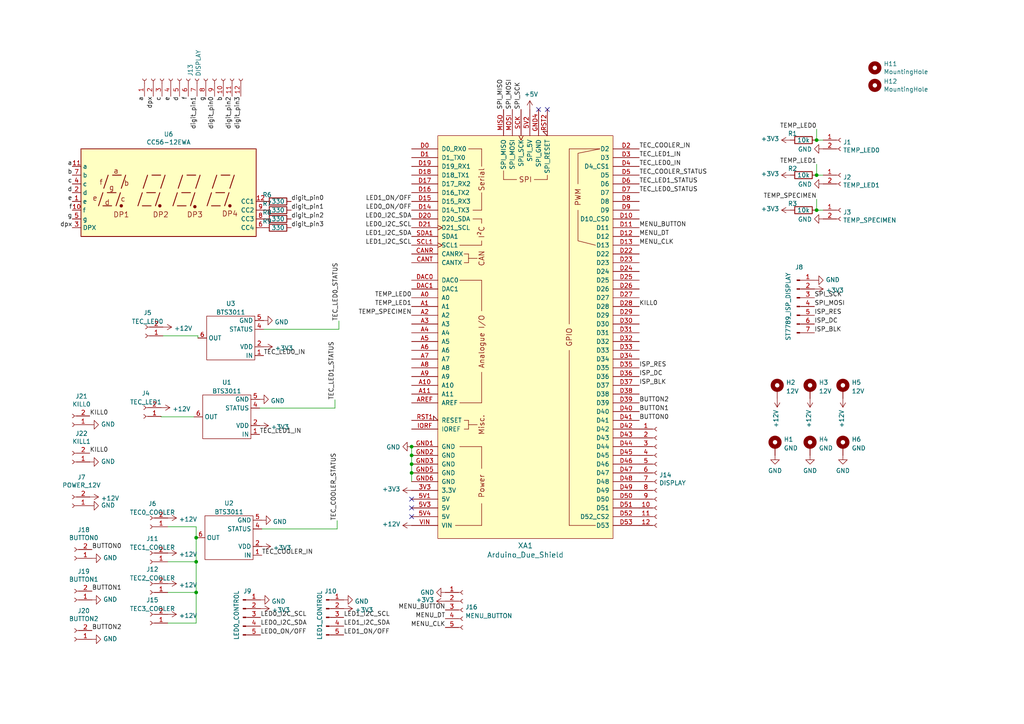
<source format=kicad_sch>
(kicad_sch (version 20211123) (generator eeschema)
  (paper "A4")
  (lib_symbols
    (symbol "BTS3011_1"
      (property "Reference" "U" (at -6.35 -5.08 0))
      (property "Value" "BTS3011_1" (at -2.54 5.08 0))
      (symbol "BTS3011_1_0_1"
        (rectangle (start -7.62 6.35) (end 6.35 -6.35) (stroke (width 0.1524)))
      )
      (symbol "BTS3011_1_1_1"
        (pin input line (at 8.89 -5.08 180) (length 2.54) (name "IN") (number "1"))
        (pin power_in line (at 8.89 -2.54 180) (length 2.54) (name "VDD") (number "2"))
        (pin output line (at 8.89 2.54 180) (length 2.54) (name "STATUS") (number "4"))
        (pin power_out line (at 8.89 5.08 180) (length 2.54) (name "GND") (number "5"))
        (pin output line (at -10.16 0 0) (length 2.54) (name "OUT") (number "6"))
      )
    )
    (symbol "BTS3011_2"
      (property "Reference" "U" (at -6.35 -5.08 0))
      (property "Value" "BTS3011_2" (at -2.54 5.08 0))
      (symbol "BTS3011_2_0_1"
        (rectangle (start -7.62 6.35) (end 6.35 -6.35) (stroke (width 0.1524)))
      )
      (symbol "BTS3011_2_1_1"
        (pin input line (at 8.89 -5.08 180) (length 2.54) (name "IN") (number "1"))
        (pin power_in line (at 8.89 -2.54 180) (length 2.54) (name "VDD") (number "2"))
        (pin output line (at 8.89 2.54 180) (length 2.54) (name "STATUS") (number "4"))
        (pin power_out line (at 8.89 5.08 180) (length 2.54) (name "GND") (number "5"))
        (pin output line (at -10.16 0 0) (length 2.54) (name "OUT") (number "6"))
      )
    )
    (symbol "Connector:Conn_01x02_Female" (pin_names (offset 1.016) hide)
      (property "Reference" "J" (at 0 2.54 0))
      (property "Value" "Conn_01x02_Female" (at 0 -5.08 0))
      (symbol "Conn_01x02_Female_1_1"
        (arc (start 0 -2.032) (mid -0.508 -2.54) (end 0 -3.048) (stroke (width 0.1524)))
        (polyline (pts (xy -1.27 -2.54) (xy -0.508 -2.54)) (stroke (width 0.1524)))
        (polyline (pts (xy -1.27 0) (xy -0.508 0)) (stroke (width 0.1524)))
        (arc (start 0 0.508) (mid -0.508 0) (end 0 -0.508) (stroke (width 0.1524)))
        (pin passive line (at -5.08 0 0) (length 3.81) (name "Pin_1") (number "1"))
        (pin passive line (at -5.08 -2.54 0) (length 3.81) (name "Pin_2") (number "2"))
      )
    )
    (symbol "Connector:Conn_01x05_Female" (pin_names (offset 1.016) hide)
      (property "Reference" "J" (at 0 7.62 0))
      (property "Value" "Conn_01x05_Female" (at 0 -7.62 0))
      (symbol "Conn_01x05_Female_1_1"
        (arc (start 0 -4.572) (mid -0.508 -5.08) (end 0 -5.588) (stroke (width 0.1524)))
        (arc (start 0 -2.032) (mid -0.508 -2.54) (end 0 -3.048) (stroke (width 0.1524)))
        (polyline (pts (xy -1.27 -5.08) (xy -0.508 -5.08)) (stroke (width 0.1524)))
        (polyline (pts (xy -1.27 -2.54) (xy -0.508 -2.54)) (stroke (width 0.1524)))
        (polyline (pts (xy -1.27 0) (xy -0.508 0)) (stroke (width 0.1524)))
        (polyline (pts (xy -1.27 2.54) (xy -0.508 2.54)) (stroke (width 0.1524)))
        (polyline (pts (xy -1.27 5.08) (xy -0.508 5.08)) (stroke (width 0.1524)))
        (arc (start 0 0.508) (mid -0.508 0) (end 0 -0.508) (stroke (width 0.1524)))
        (arc (start 0 3.048) (mid -0.508 2.54) (end 0 2.032) (stroke (width 0.1524)))
        (arc (start 0 5.588) (mid -0.508 5.08) (end 0 4.572) (stroke (width 0.1524)))
        (pin passive line (at -5.08 5.08 0) (length 3.81) (name "Pin_1") (number "1"))
        (pin passive line (at -5.08 2.54 0) (length 3.81) (name "Pin_2") (number "2"))
        (pin passive line (at -5.08 0 0) (length 3.81) (name "Pin_3") (number "3"))
        (pin passive line (at -5.08 -2.54 0) (length 3.81) (name "Pin_4") (number "4"))
        (pin passive line (at -5.08 -5.08 0) (length 3.81) (name "Pin_5") (number "5"))
      )
    )
    (symbol "Connector:Conn_01x05_Male" (pin_names (offset 1.016) hide)
      (property "Reference" "J" (at 0 7.62 0))
      (property "Value" "Conn_01x05_Male" (at 0 -7.62 0))
      (symbol "Conn_01x05_Male_1_1"
        (polyline (pts (xy 1.27 -5.08) (xy 0.8636 -5.08)) (stroke (width 0.1524)))
        (polyline (pts (xy 1.27 -2.54) (xy 0.8636 -2.54)) (stroke (width 0.1524)))
        (polyline (pts (xy 1.27 0) (xy 0.8636 0)) (stroke (width 0.1524)))
        (polyline (pts (xy 1.27 2.54) (xy 0.8636 2.54)) (stroke (width 0.1524)))
        (polyline (pts (xy 1.27 5.08) (xy 0.8636 5.08)) (stroke (width 0.1524)))
        (rectangle (start 0.8636 -4.953) (end 0 -5.207) (stroke (width 0.1524)) (fill (type outline)))
        (rectangle (start 0.8636 -2.413) (end 0 -2.667) (stroke (width 0.1524)) (fill (type outline)))
        (rectangle (start 0.8636 0.127) (end 0 -0.127) (stroke (width 0.1524)) (fill (type outline)))
        (rectangle (start 0.8636 2.667) (end 0 2.413) (stroke (width 0.1524)) (fill (type outline)))
        (rectangle (start 0.8636 5.207) (end 0 4.953) (stroke (width 0.1524)) (fill (type outline)))
        (pin passive line (at 5.08 5.08 180) (length 3.81) (name "Pin_1") (number "1"))
        (pin passive line (at 5.08 2.54 180) (length 3.81) (name "Pin_2") (number "2"))
        (pin passive line (at 5.08 0 180) (length 3.81) (name "Pin_3") (number "3"))
        (pin passive line (at 5.08 -2.54 180) (length 3.81) (name "Pin_4") (number "4"))
        (pin passive line (at 5.08 -5.08 180) (length 3.81) (name "Pin_5") (number "5"))
      )
    )
    (symbol "Connector:Conn_01x07_Male" (pin_names (offset 1.016) hide)
      (property "Reference" "J" (at 0 10.16 0))
      (property "Value" "Conn_01x07_Male" (at 0 -10.16 0))
      (symbol "Conn_01x07_Male_1_1"
        (polyline (pts (xy 1.27 -7.62) (xy 0.8636 -7.62)) (stroke (width 0.1524)))
        (polyline (pts (xy 1.27 -5.08) (xy 0.8636 -5.08)) (stroke (width 0.1524)))
        (polyline (pts (xy 1.27 -2.54) (xy 0.8636 -2.54)) (stroke (width 0.1524)))
        (polyline (pts (xy 1.27 0) (xy 0.8636 0)) (stroke (width 0.1524)))
        (polyline (pts (xy 1.27 2.54) (xy 0.8636 2.54)) (stroke (width 0.1524)))
        (polyline (pts (xy 1.27 5.08) (xy 0.8636 5.08)) (stroke (width 0.1524)))
        (polyline (pts (xy 1.27 7.62) (xy 0.8636 7.62)) (stroke (width 0.1524)))
        (rectangle (start 0.8636 -7.493) (end 0 -7.747) (stroke (width 0.1524)) (fill (type outline)))
        (rectangle (start 0.8636 -4.953) (end 0 -5.207) (stroke (width 0.1524)) (fill (type outline)))
        (rectangle (start 0.8636 -2.413) (end 0 -2.667) (stroke (width 0.1524)) (fill (type outline)))
        (rectangle (start 0.8636 0.127) (end 0 -0.127) (stroke (width 0.1524)) (fill (type outline)))
        (rectangle (start 0.8636 2.667) (end 0 2.413) (stroke (width 0.1524)) (fill (type outline)))
        (rectangle (start 0.8636 5.207) (end 0 4.953) (stroke (width 0.1524)) (fill (type outline)))
        (rectangle (start 0.8636 7.747) (end 0 7.493) (stroke (width 0.1524)) (fill (type outline)))
        (pin passive line (at 5.08 7.62 180) (length 3.81) (name "Pin_1") (number "1"))
        (pin passive line (at 5.08 5.08 180) (length 3.81) (name "Pin_2") (number "2"))
        (pin passive line (at 5.08 2.54 180) (length 3.81) (name "Pin_3") (number "3"))
        (pin passive line (at 5.08 0 180) (length 3.81) (name "Pin_4") (number "4"))
        (pin passive line (at 5.08 -2.54 180) (length 3.81) (name "Pin_5") (number "5"))
        (pin passive line (at 5.08 -5.08 180) (length 3.81) (name "Pin_6") (number "6"))
        (pin passive line (at 5.08 -7.62 180) (length 3.81) (name "Pin_7") (number "7"))
      )
    )
    (symbol "Mechanical:MountingHole_Pad" (pin_numbers hide) (pin_names (offset 1.016) hide)
      (property "Reference" "H" (at 0 6.35 0))
      (property "Value" "MountingHole_Pad" (at 0 4.445 0))
      (symbol "MountingHole_Pad_0_1"
        (circle (center 0 1.27) (radius 1.27) (stroke (width 1.27)))
      )
      (symbol "MountingHole_Pad_1_1"
        (pin input line (at 0 -2.54 90) (length 2.54) (name "1") (number "1"))
      )
    )
    (symbol "custom:BTS3011"
      (property "Reference" "U" (at -6.35 -5.08 0))
      (property "Value" "BTS3011" (at -2.54 5.08 0))
      (symbol "BTS3011_0_1"
        (rectangle (start -7.62 6.35) (end 6.35 -6.35) (stroke (width 0.1524)))
      )
      (symbol "BTS3011_1_1"
        (pin input line (at 8.89 -5.08 180) (length 2.54) (name "IN") (number "1"))
        (pin power_in line (at 8.89 -2.54 180) (length 2.54) (name "VDD") (number "2"))
        (pin output line (at 8.89 2.54 180) (length 2.54) (name "STATUS") (number "4"))
        (pin power_out line (at 8.89 5.08 180) (length 2.54) (name "GND") (number "5"))
        (pin output line (at -10.16 0 0) (length 2.54) (name "OUT") (number "6"))
      )
    )
    (symbol "power:GND" (power) (pin_names (offset 0))
      (property "Value" "GND" (at 0 -3.81 0))
      (symbol "GND_0_1"
        (polyline (pts (xy 0 0) (xy 0 -1.27) (xy 1.27 -1.27) (xy 0 -2.54) (xy -1.27 -1.27) (xy 0 -1.27)))
      )
      (symbol "GND_1_1"
        (pin power_in line (at 0 0 270) (length 0) hide (name "GND") (number "1"))
      )
    )
    (symbol "uven-mainboard-rescue:+12V-power" (power) (pin_names (offset 0))
      (property "Value" "+12V-power" (at 0 3.556 0))
      (symbol "+12V-power_0_1"
        (polyline (pts (xy -0.762 1.27) (xy 0 2.54)))
        (polyline (pts (xy 0 0) (xy 0 2.54)))
        (polyline (pts (xy 0 2.54) (xy 0.762 1.27)))
      )
      (symbol "+12V-power_1_1"
        (pin power_in line (at 0 0 90) (length 0) hide (name "+12V") (number "1"))
      )
    )
    (symbol "uven-mainboard-rescue:+3.3V-power" (power) (pin_names (offset 0))
      (property "Value" "+3.3V-power" (at 0 3.556 0))
      (symbol "+3.3V-power_0_1"
        (polyline (pts (xy -0.762 1.27) (xy 0 2.54)))
        (polyline (pts (xy 0 0) (xy 0 2.54)))
        (polyline (pts (xy 0 2.54) (xy 0.762 1.27)))
      )
      (symbol "+3.3V-power_1_1"
        (pin power_in line (at 0 0 90) (length 0) hide (name "+3V3") (number "1"))
      )
    )
    (symbol "uven-mainboard-rescue:+5V-power" (power) (pin_names (offset 0))
      (property "Value" "+5V-power" (at 0 3.556 0))
      (symbol "+5V-power_0_1"
        (polyline (pts (xy -0.762 1.27) (xy 0 2.54)))
        (polyline (pts (xy 0 0) (xy 0 2.54)))
        (polyline (pts (xy 0 2.54) (xy 0.762 1.27)))
      )
      (symbol "+5V-power_1_1"
        (pin power_in line (at 0 0 90) (length 0) hide (name "+5V") (number "1"))
      )
    )
    (symbol "uven-mainboard-rescue:Arduino_Due_Shield-arduino" (pin_names (offset 1.016))
      (property "Reference" "XA" (at 2.54 0 90))
      (property "Value" "Arduino_Due_Shield-arduino" (at -2.54 0 90))
      (symbol "Arduino_Due_Shield-arduino_0_0"
        (rectangle (start -25.4 -58.42) (end 25.4 58.42) (fill (type background)))
        (rectangle (start -20.32 -54.61) (end -12.7 -54.61))
        (rectangle (start -19.05 -31.75) (end -12.7 -31.75))
        (rectangle (start -19.05 -19.05) (end -12.7 -19.05))
        (rectangle (start -19.05 16.51) (end -12.7 16.51))
        (rectangle (start -19.05 26.67) (end -12.7 26.67))
        (rectangle (start -17.78 -26.67) (end -16.51 -26.67))
        (rectangle (start -17.78 -24.13) (end -16.51 -24.13))
        (rectangle (start -17.78 21.59) (end -16.51 21.59))
        (rectangle (start -17.78 24.13) (end -16.51 24.13))
        (rectangle (start -16.51 -25.4) (end -13.97 -25.4))
        (rectangle (start -16.51 -24.13) (end -16.51 -26.67))
        (rectangle (start -16.51 22.86) (end -13.97 22.86))
        (rectangle (start -16.51 24.13) (end -16.51 21.59))
        (rectangle (start -16.51 54.61) (end -12.7 54.61))
        (rectangle (start -15.24 34.29) (end -12.7 34.29))
        (rectangle (start -15.24 36.83) (end -12.7 36.83))
        (rectangle (start -12.7 -54.61) (end -12.7 -48.26))
        (rectangle (start -12.7 -31.75) (end -12.7 -38.1))
        (rectangle (start -12.7 -19.05) (end -12.7 -10.16))
        (rectangle (start -12.7 16.51) (end -12.7 7.62))
        (rectangle (start -12.7 26.67) (end -12.7 27.94))
        (rectangle (start -12.7 34.29) (end -12.7 33.02))
        (rectangle (start -12.7 41.91) (end -12.7 36.83))
        (rectangle (start -12.7 49.53) (end -12.7 54.61))
        (rectangle (start -6.35 48.26) (end -6.35 45.72))
        (rectangle (start -2.54 45.72) (end -6.35 45.72))
        (polyline (pts (xy 12.7 -54.61) (xy 20.32 -54.61)))
        (polyline (pts (xy 21.59 54.61) (xy 12.7 54.61)))
        (polyline (pts (xy 15.24 44.45) (xy 15.24 53.34) (xy 21.59 54.61)))
        (polyline (pts (xy 20.32 26.67) (xy 15.24 27.94) (xy 15.24 36.83)))
        (rectangle (start 6.35 45.72) (end 2.54 45.72))
        (rectangle (start 6.35 46.99) (end 6.35 45.72))
        (text "Analogue I/O" (at -12.7 -1.27 900) (effects (font (size 1.524 1.524))))
        (text "CAN" (at -12.7 22.86 900) (effects (font (size 1.524 1.524))))
        (text "I²C" (at -12.7 30.48 900) (effects (font (size 1.524 1.524))))
        (text "Misc." (at -12.7 -25.4 900) (effects (font (size 1.524 1.524))))
        (text "Power" (at -12.7 -43.18 900) (effects (font (size 1.524 1.524))))
        (text "PWM" (at 15.24 40.64 900) (effects (font (size 1.524 1.524))))
        (text "Serial" (at -12.7 45.72 900) (effects (font (size 1.524 1.524))))
        (text "SPI" (at 0 45.72 0) (effects (font (size 1.524 1.524))))
      )
      (symbol "Arduino_Due_Shield-arduino_1_0"
        (rectangle (start 12.7 -54.61) (end 12.7 -3.81))
        (rectangle (start 12.7 54.61) (end 12.7 3.81))
        (text "GPIO" (at 12.7 0 900) (effects (font (size 1.524 1.524))))
      )
      (symbol "Arduino_Due_Shield-arduino_1_1"
        (pin power_in line (at -33.02 -44.45 0) (length 7.62) (name "3.3V") (number "3V3"))
        (pin power_in line (at -33.02 -46.99 0) (length 7.62) (name "5V") (number "5V1"))
        (pin power_in line (at 1.27 66.04 270) (length 7.62) (name "SPI_5V") (number "5V2"))
        (pin power_in line (at -33.02 -49.53 0) (length 7.62) (name "5V") (number "5V3"))
        (pin power_in line (at -33.02 -52.07 0) (length 7.62) (name "5V") (number "5V4"))
        (pin bidirectional line (at -33.02 11.43 0) (length 7.62) (name "A0") (number "A0"))
        (pin bidirectional line (at -33.02 8.89 0) (length 7.62) (name "A1") (number "A1"))
        (pin bidirectional line (at -33.02 -13.97 0) (length 7.62) (name "A10") (number "A10"))
        (pin bidirectional line (at -33.02 -16.51 0) (length 7.62) (name "A11") (number "A11"))
        (pin bidirectional line (at -33.02 6.35 0) (length 7.62) (name "A2") (number "A2"))
        (pin bidirectional line (at -33.02 3.81 0) (length 7.62) (name "A3") (number "A3"))
        (pin bidirectional line (at -33.02 1.27 0) (length 7.62) (name "A4") (number "A4"))
        (pin bidirectional line (at -33.02 -1.27 0) (length 7.62) (name "A5") (number "A5"))
        (pin bidirectional line (at -33.02 -3.81 0) (length 7.62) (name "A6") (number "A6"))
        (pin bidirectional line (at -33.02 -6.35 0) (length 7.62) (name "A7") (number "A7"))
        (pin bidirectional line (at -33.02 -8.89 0) (length 7.62) (name "A8") (number "A8"))
        (pin bidirectional line (at -33.02 -11.43 0) (length 7.62) (name "A9") (number "A9"))
        (pin input line (at -33.02 -19.05 0) (length 7.62) (name "AREF") (number "AREF"))
        (pin bidirectional line (at -33.02 24.13 0) (length 7.62) (name "CANRX") (number "CANR"))
        (pin bidirectional line (at -33.02 21.59 0) (length 7.62) (name "CANTX") (number "CANT"))
        (pin bidirectional line (at -33.02 54.61 0) (length 7.62) (name "D0_RX0") (number "D0"))
        (pin bidirectional line (at -33.02 52.07 0) (length 7.62) (name "D1_TX0") (number "D1"))
        (pin bidirectional line (at 33.02 34.29 180) (length 7.62) (name "D10_CS0") (number "D10"))
        (pin bidirectional line (at 33.02 31.75 180) (length 7.62) (name "D11") (number "D11"))
        (pin bidirectional line (at 33.02 29.21 180) (length 7.62) (name "D12") (number "D12"))
        (pin bidirectional line (at 33.02 26.67 180) (length 7.62) (name "D13") (number "D13"))
        (pin bidirectional line (at -33.02 36.83 0) (length 7.62) (name "D14_TX3") (number "D14"))
        (pin bidirectional line (at -33.02 39.37 0) (length 7.62) (name "D15_RX3") (number "D15"))
        (pin bidirectional line (at -33.02 41.91 0) (length 7.62) (name "D16_TX2") (number "D16"))
        (pin bidirectional line (at -33.02 44.45 0) (length 7.62) (name "D17_RX2") (number "D17"))
        (pin bidirectional line (at -33.02 46.99 0) (length 7.62) (name "D18_TX1") (number "D18"))
        (pin bidirectional line (at -33.02 49.53 0) (length 7.62) (name "D19_RX1") (number "D19"))
        (pin bidirectional line (at 33.02 54.61 180) (length 7.62) (name "D2") (number "D2"))
        (pin bidirectional line (at -33.02 34.29 0) (length 7.62) (name "D20_SDA") (number "D20"))
        (pin bidirectional clock (at -33.02 31.75 0) (length 7.62) (name "D21_SCL") (number "D21"))
        (pin bidirectional line (at 33.02 24.13 180) (length 7.62) (name "D22") (number "D22"))
        (pin bidirectional line (at 33.02 21.59 180) (length 7.62) (name "D23") (number "D23"))
        (pin bidirectional line (at 33.02 19.05 180) (length 7.62) (name "D24") (number "D24"))
        (pin bidirectional line (at 33.02 16.51 180) (length 7.62) (name "D25") (number "D25"))
        (pin bidirectional line (at 33.02 13.97 180) (length 7.62) (name "D26") (number "D26"))
        (pin bidirectional line (at 33.02 11.43 180) (length 7.62) (name "D27") (number "D27"))
        (pin bidirectional line (at 33.02 8.89 180) (length 7.62) (name "D28") (number "D28"))
        (pin bidirectional line (at 33.02 6.35 180) (length 7.62) (name "D29") (number "D29"))
        (pin bidirectional line (at 33.02 52.07 180) (length 7.62) (name "D3") (number "D3"))
        (pin bidirectional line (at 33.02 3.81 180) (length 7.62) (name "D30") (number "D30"))
        (pin bidirectional line (at 33.02 1.27 180) (length 7.62) (name "D31") (number "D31"))
        (pin bidirectional line (at 33.02 -1.27 180) (length 7.62) (name "D32") (number "D32"))
        (pin bidirectional line (at 33.02 -3.81 180) (length 7.62) (name "D33") (number "D33"))
        (pin bidirectional line (at 33.02 -6.35 180) (length 7.62) (name "D34") (number "D34"))
        (pin bidirectional line (at 33.02 -8.89 180) (length 7.62) (name "D35") (number "D35"))
        (pin bidirectional line (at 33.02 -11.43 180) (length 7.62) (name "D36") (number "D36"))
        (pin bidirectional line (at 33.02 -13.97 180) (length 7.62) (name "D37") (number "D37"))
        (pin bidirectional line (at 33.02 -16.51 180) (length 7.62) (name "D38") (number "D38"))
        (pin bidirectional line (at 33.02 -19.05 180) (length 7.62) (name "D39") (number "D39"))
        (pin bidirectional line (at 33.02 49.53 180) (length 7.62) (name "D4_CS1") (number "D4"))
        (pin bidirectional line (at 33.02 -21.59 180) (length 7.62) (name "D40") (number "D40"))
        (pin bidirectional line (at 33.02 -24.13 180) (length 7.62) (name "D41") (number "D41"))
        (pin bidirectional line (at 33.02 -26.67 180) (length 7.62) (name "D42") (number "D42"))
        (pin bidirectional line (at 33.02 -29.21 180) (length 7.62) (name "D43") (number "D43"))
        (pin bidirectional line (at 33.02 -31.75 180) (length 7.62) (name "D44") (number "D44"))
        (pin bidirectional line (at 33.02 -34.29 180) (length 7.62) (name "D45") (number "D45"))
        (pin bidirectional line (at 33.02 -36.83 180) (length 7.62) (name "D46") (number "D46"))
        (pin bidirectional line (at 33.02 -39.37 180) (length 7.62) (name "D47") (number "D47"))
        (pin bidirectional line (at 33.02 -41.91 180) (length 7.62) (name "D48") (number "D48"))
        (pin bidirectional line (at 33.02 -44.45 180) (length 7.62) (name "D49") (number "D49"))
        (pin bidirectional line (at 33.02 46.99 180) (length 7.62) (name "D5") (number "D5"))
        (pin bidirectional line (at 33.02 -46.99 180) (length 7.62) (name "D50") (number "D50"))
        (pin bidirectional line (at 33.02 -49.53 180) (length 7.62) (name "D51") (number "D51"))
        (pin bidirectional line (at 33.02 -52.07 180) (length 7.62) (name "D52_CS2") (number "D52"))
        (pin bidirectional line (at 33.02 -54.61 180) (length 7.62) (name "D53") (number "D53"))
        (pin bidirectional line (at 33.02 44.45 180) (length 7.62) (name "D6") (number "D6"))
        (pin bidirectional line (at 33.02 41.91 180) (length 7.62) (name "D7") (number "D7"))
        (pin bidirectional line (at 33.02 39.37 180) (length 7.62) (name "D8") (number "D8"))
        (pin bidirectional line (at 33.02 36.83 180) (length 7.62) (name "D9") (number "D9"))
        (pin bidirectional line (at -33.02 16.51 0) (length 7.62) (name "DAC0") (number "DAC0"))
        (pin bidirectional line (at -33.02 13.97 0) (length 7.62) (name "DAC1") (number "DAC1"))
        (pin power_in line (at -33.02 -31.75 0) (length 7.62) (name "GND") (number "GND1"))
        (pin power_in line (at -33.02 -34.29 0) (length 7.62) (name "GND") (number "GND2"))
        (pin power_in line (at -33.02 -36.83 0) (length 7.62) (name "GND") (number "GND3"))
        (pin power_in line (at 3.81 66.04 270) (length 7.62) (name "SPI_GND") (number "GND4"))
        (pin power_in line (at -33.02 -39.37 0) (length 7.62) (name "GND") (number "GND5"))
        (pin power_in line (at -33.02 -41.91 0) (length 7.62) (name "GND") (number "GND6"))
        (pin output line (at -33.02 -26.67 0) (length 7.62) (name "IOREF") (number "IORF"))
        (pin input line (at -6.35 66.04 270) (length 7.62) (name "SPI_MISO") (number "MISO"))
        (pin output line (at -3.81 66.04 270) (length 7.62) (name "SPI_MOSI") (number "MOSI"))
        (pin open_collector input_low (at -33.02 -24.13 0) (length 7.62) (name "RESET") (number "RST1"))
        (pin open_collector input_low (at 6.35 66.04 270) (length 7.62) (name "SPI_RESET") (number "RST2"))
        (pin output clock (at -1.27 66.04 270) (length 7.62) (name "SPI_SCK") (number "SCK"))
        (pin bidirectional clock (at -33.02 26.67 0) (length 7.62) (name "SCL1") (number "SCL1"))
        (pin bidirectional line (at -33.02 29.21 0) (length 7.62) (name "SDA1") (number "SDA1"))
        (pin power_in line (at -33.02 -54.61 0) (length 7.62) (name "VIN") (number "VIN"))
      )
    )
    (symbol "uven-mainboard-rescue:CC56-12EWA-Display_Character"
      (property "Reference" "U" (at -24.13 13.97 0))
      (property "Value" "CC56-12EWA-Display_Character" (at 19.05 13.97 0))
      (symbol "CC56-12EWA-Display_Character_0_0"
        (rectangle (start -25.4 12.7) (end 25.4 -12.7) (stroke (width 0.254)) (fill (type background)))
        (polyline (pts (xy -20.32 -3.81) (xy -19.05 0)) (stroke (width 0.254)))
        (polyline (pts (xy -19.05 -3.81) (xy -16.51 -3.81)) (stroke (width 0.254)))
        (polyline (pts (xy -18.796 1.27) (xy -17.526 5.08)) (stroke (width 0.254)))
        (polyline (pts (xy -17.78 0) (xy -15.24 0)) (stroke (width 0.254)))
        (polyline (pts (xy -16.256 5.08) (xy -13.716 5.08)) (stroke (width 0.254)))
        (polyline (pts (xy -15.24 -3.81) (xy -13.97 0)) (stroke (width 0.254)))
        (polyline (pts (xy -13.716 1.27) (xy -12.446 5.08)) (stroke (width 0.254)))
        (polyline (pts (xy -8.89 -3.81) (xy -7.62 0)) (stroke (width 0.254)))
        (polyline (pts (xy -7.62 -3.81) (xy -5.08 -3.81)) (stroke (width 0.254)))
        (polyline (pts (xy -7.366 1.27) (xy -6.096 5.08)) (stroke (width 0.254)))
        (polyline (pts (xy -6.35 0) (xy -3.81 0)) (stroke (width 0.254)))
        (polyline (pts (xy -4.826 5.08) (xy -2.286 5.08)) (stroke (width 0.254)))
        (polyline (pts (xy -3.81 -3.81) (xy -2.54 0)) (stroke (width 0.254)))
        (polyline (pts (xy -2.286 1.27) (xy -1.016 5.08)) (stroke (width 0.254)))
        (polyline (pts (xy 1.27 -3.81) (xy 2.54 0)) (stroke (width 0.254)))
        (polyline (pts (xy 2.54 -3.81) (xy 5.08 -3.81)) (stroke (width 0.254)))
        (polyline (pts (xy 2.794 1.27) (xy 4.064 5.08)) (stroke (width 0.254)))
        (polyline (pts (xy 3.81 0) (xy 6.35 0)) (stroke (width 0.254)))
        (polyline (pts (xy 5.334 5.08) (xy 7.874 5.08)) (stroke (width 0.254)))
        (polyline (pts (xy 6.35 -3.81) (xy 7.62 0)) (stroke (width 0.254)))
        (polyline (pts (xy 7.874 1.27) (xy 9.144 5.08)) (stroke (width 0.254)))
        (polyline (pts (xy 11.176 -3.81) (xy 12.446 0)) (stroke (width 0.254)))
        (polyline (pts (xy 12.446 -3.81) (xy 14.986 -3.81)) (stroke (width 0.254)))
        (polyline (pts (xy 12.7 1.27) (xy 13.97 5.08)) (stroke (width 0.254)))
        (polyline (pts (xy 13.716 0) (xy 16.256 0)) (stroke (width 0.254)))
        (polyline (pts (xy 15.24 5.08) (xy 17.78 5.08)) (stroke (width 0.254)))
        (polyline (pts (xy 16.256 -3.81) (xy 17.526 0)) (stroke (width 0.254)))
        (polyline (pts (xy 17.78 1.27) (xy 19.05 5.08)) (stroke (width 0.254)))
        (text "a" (at -15.24 6.35 0) (effects (font (size 1.524 1.524))))
        (text "b" (at -12.192 2.794 0) (effects (font (size 1.524 1.524))))
        (text "c" (at -13.208 -1.778 0) (effects (font (size 1.524 1.524))))
        (text "d" (at -17.78 -2.794 0) (effects (font (size 1.524 1.524))))
        (text "DP1" (at -13.716 -6.35 0) (effects (font (size 1.524 1.524))))
        (text "DP2" (at -2.286 -6.35 0) (effects (font (size 1.524 1.524))))
        (text "DP3" (at 7.62 -6.35 0) (effects (font (size 1.524 1.524))))
        (text "DP4" (at 17.78 -6.096 0) (effects (font (size 1.524 1.524))))
        (text "e" (at -21.336 -1.524 0) (effects (font (size 1.524 1.524))))
        (text "f" (at -19.558 3.048 0) (effects (font (size 1.524 1.524))))
        (text "g" (at -16.51 1.524 0) (effects (font (size 1.524 1.524))))
      )
      (symbol "CC56-12EWA-Display_Character_0_1"
        (circle (center -13.716 -3.81) (radius 0.3556) (stroke (width 0.254)) (fill (type outline)))
        (circle (center -2.54 -3.81) (radius 0.3556) (stroke (width 0.254)) (fill (type outline)))
      )
      (symbol "CC56-12EWA-Display_Character_1_0"
        (circle (center 7.62 -4.064) (radius 0.3556) (stroke (width 0.254)) (fill (type outline)))
        (circle (center 17.78 -3.81) (radius 0.3556) (stroke (width 0.254)) (fill (type outline)))
      )
      (symbol "CC56-12EWA-Display_Character_1_1"
        (pin input line (at -27.94 -2.54 0) (length 2.54) (name "e") (number "1"))
        (pin input line (at -27.94 -5.08 0) (length 2.54) (name "f") (number "10"))
        (pin input line (at -27.94 7.62 0) (length 2.54) (name "a") (number "11"))
        (pin input line (at 27.94 -2.54 180) (length 2.54) (name "CC1") (number "12"))
        (pin input line (at -27.94 0 0) (length 2.54) (name "d") (number "2"))
        (pin input line (at -27.94 -10.16 0) (length 2.54) (name "DPX") (number "3"))
        (pin input line (at -27.94 2.54 0) (length 2.54) (name "c") (number "4"))
        (pin input line (at -27.94 -7.62 0) (length 2.54) (name "g") (number "5"))
        (pin input line (at 27.94 -10.16 180) (length 2.54) (name "CC4") (number "6"))
        (pin input line (at -27.94 5.08 0) (length 2.54) (name "b") (number "7"))
        (pin input line (at 27.94 -7.62 180) (length 2.54) (name "CC3") (number "8"))
        (pin input line (at 27.94 -5.08 180) (length 2.54) (name "CC2") (number "9"))
      )
    )
    (symbol "uven-mainboard-rescue:Conn_01x02_Female-Connector" (pin_names (offset 1.016) hide)
      (property "Reference" "J" (at 0 2.54 0))
      (property "Value" "Conn_01x02_Female-Connector" (at 0 -5.08 0))
      (symbol "Conn_01x02_Female-Connector_1_1"
        (arc (start 0 -2.032) (mid -0.508 -2.54) (end 0 -3.048) (stroke (width 0.1524)))
        (polyline (pts (xy -1.27 -2.54) (xy -0.508 -2.54)) (stroke (width 0.1524)))
        (polyline (pts (xy -1.27 0) (xy -0.508 0)) (stroke (width 0.1524)))
        (arc (start 0 0.508) (mid -0.508 0) (end 0 -0.508) (stroke (width 0.1524)))
        (pin passive line (at -5.08 0 0) (length 3.81) (name "Pin_1") (number "1"))
        (pin passive line (at -5.08 -2.54 0) (length 3.81) (name "Pin_2") (number "2"))
      )
    )
    (symbol "uven-mainboard-rescue:Conn_01x12_Female-Connector" (pin_names (offset 1.016) hide)
      (property "Reference" "J" (at 0 15.24 0))
      (property "Value" "Conn_01x12_Female-Connector" (at 0 -17.78 0))
      (symbol "Conn_01x12_Female-Connector_1_1"
        (arc (start 0 -14.732) (mid -0.508 -15.24) (end 0 -15.748) (stroke (width 0.1524)))
        (arc (start 0 -12.192) (mid -0.508 -12.7) (end 0 -13.208) (stroke (width 0.1524)))
        (arc (start 0 -9.652) (mid -0.508 -10.16) (end 0 -10.668) (stroke (width 0.1524)))
        (arc (start 0 -7.112) (mid -0.508 -7.62) (end 0 -8.128) (stroke (width 0.1524)))
        (arc (start 0 -4.572) (mid -0.508 -5.08) (end 0 -5.588) (stroke (width 0.1524)))
        (arc (start 0 -2.032) (mid -0.508 -2.54) (end 0 -3.048) (stroke (width 0.1524)))
        (polyline (pts (xy -1.27 -15.24) (xy -0.508 -15.24)) (stroke (width 0.1524)))
        (polyline (pts (xy -1.27 -12.7) (xy -0.508 -12.7)) (stroke (width 0.1524)))
        (polyline (pts (xy -1.27 -10.16) (xy -0.508 -10.16)) (stroke (width 0.1524)))
        (polyline (pts (xy -1.27 -7.62) (xy -0.508 -7.62)) (stroke (width 0.1524)))
        (polyline (pts (xy -1.27 -5.08) (xy -0.508 -5.08)) (stroke (width 0.1524)))
        (polyline (pts (xy -1.27 -2.54) (xy -0.508 -2.54)) (stroke (width 0.1524)))
        (polyline (pts (xy -1.27 0) (xy -0.508 0)) (stroke (width 0.1524)))
        (polyline (pts (xy -1.27 2.54) (xy -0.508 2.54)) (stroke (width 0.1524)))
        (polyline (pts (xy -1.27 5.08) (xy -0.508 5.08)) (stroke (width 0.1524)))
        (polyline (pts (xy -1.27 7.62) (xy -0.508 7.62)) (stroke (width 0.1524)))
        (polyline (pts (xy -1.27 10.16) (xy -0.508 10.16)) (stroke (width 0.1524)))
        (polyline (pts (xy -1.27 12.7) (xy -0.508 12.7)) (stroke (width 0.1524)))
        (arc (start 0 0.508) (mid -0.508 0) (end 0 -0.508) (stroke (width 0.1524)))
        (arc (start 0 3.048) (mid -0.508 2.54) (end 0 2.032) (stroke (width 0.1524)))
        (arc (start 0 5.588) (mid -0.508 5.08) (end 0 4.572) (stroke (width 0.1524)))
        (arc (start 0 8.128) (mid -0.508 7.62) (end 0 7.112) (stroke (width 0.1524)))
        (arc (start 0 10.668) (mid -0.508 10.16) (end 0 9.652) (stroke (width 0.1524)))
        (arc (start 0 13.208) (mid -0.508 12.7) (end 0 12.192) (stroke (width 0.1524)))
        (pin passive line (at -5.08 12.7 0) (length 3.81) (name "Pin_1") (number "1"))
        (pin passive line (at -5.08 -10.16 0) (length 3.81) (name "Pin_10") (number "10"))
        (pin passive line (at -5.08 -12.7 0) (length 3.81) (name "Pin_11") (number "11"))
        (pin passive line (at -5.08 -15.24 0) (length 3.81) (name "Pin_12") (number "12"))
        (pin passive line (at -5.08 10.16 0) (length 3.81) (name "Pin_2") (number "2"))
        (pin passive line (at -5.08 7.62 0) (length 3.81) (name "Pin_3") (number "3"))
        (pin passive line (at -5.08 5.08 0) (length 3.81) (name "Pin_4") (number "4"))
        (pin passive line (at -5.08 2.54 0) (length 3.81) (name "Pin_5") (number "5"))
        (pin passive line (at -5.08 0 0) (length 3.81) (name "Pin_6") (number "6"))
        (pin passive line (at -5.08 -2.54 0) (length 3.81) (name "Pin_7") (number "7"))
        (pin passive line (at -5.08 -5.08 0) (length 3.81) (name "Pin_8") (number "8"))
        (pin passive line (at -5.08 -7.62 0) (length 3.81) (name "Pin_9") (number "9"))
      )
    )
    (symbol "uven-mainboard-rescue:GND-power" (power) (pin_names (offset 0))
      (property "Value" "GND-power" (at 0 -3.81 0))
      (symbol "GND-power_0_1"
        (polyline (pts (xy 0 0) (xy 0 -1.27) (xy 1.27 -1.27) (xy 0 -2.54) (xy -1.27 -1.27) (xy 0 -1.27)))
      )
      (symbol "GND-power_1_1"
        (pin power_in line (at 0 0 270) (length 0) hide (name "GND") (number "1"))
      )
    )
    (symbol "uven-mainboard-rescue:MountingHole-Mechanical" (pin_names (offset 1.016))
      (property "Reference" "H" (at 0 5.08 0))
      (property "Value" "MountingHole-Mechanical" (at 0 3.175 0))
      (symbol "MountingHole-Mechanical_0_1"
        (circle (center 0 0) (radius 1.27) (stroke (width 1.27)))
      )
    )
    (symbol "uven-mainboard-rescue:R-Device" (pin_numbers hide) (pin_names (offset 0))
      (property "Reference" "R" (at 2.032 0 90))
      (property "Value" "R-Device" (at 0 0 90))
      (symbol "R-Device_0_1"
        (rectangle (start -1.016 -2.54) (end 1.016 2.54) (stroke (width 0.254)))
      )
      (symbol "R-Device_1_1"
        (pin passive line (at 0 3.81 270) (length 1.27) (name "~") (number "1"))
        (pin passive line (at 0 -3.81 90) (length 1.27) (name "~") (number "2"))
      )
    )
  )
  (junction (at 119.38 129.54))
  (junction (at 119.38 132.08))
  (junction (at 236.855 50.8))
  (junction (at 236.855 40.64))
  (junction (at 119.38 134.62))
  (junction (at 56.896 171.831))
  (junction (at 119.38 137.16))
  (junction (at 56.896 155.956))
  (junction (at 56.896 162.941))
  (junction (at 236.855 60.96))
  (no_connect (at 158.75 31.75))
  (no_connect (at 119.38 144.78))
  (no_connect (at 156.21 31.75))
  (no_connect (at 119.38 147.32))
  (no_connect (at 119.38 149.86))
  (wire (pts (xy 76.454 95.504) (xy 98.298 95.504)))
  (wire (pts (xy 238.76 50.8) (xy 236.855 50.8)))
  (wire (pts (xy 46.736 120.904) (xy 46.736 120.777)))
  (wire (pts (xy 48.641 180.721) (xy 56.896 180.721)))
  (wire (pts (xy 75.946 153.416) (xy 97.79 153.416)))
  (wire (pts (xy 56.896 171.831) (xy 56.896 162.941)))
  (wire (pts (xy 119.38 134.62) (xy 119.38 137.16)))
  (wire (pts (xy 236.855 37.465) (xy 236.855 40.64)))
  (wire (pts (xy 48.641 152.781) (xy 56.896 152.781)))
  (wire (pts (xy 238.76 60.96) (xy 236.855 60.96)))
  (wire (pts (xy 98.298 93.091) (xy 98.298 95.504)))
  (wire (pts (xy 238.76 40.64) (xy 236.855 40.64)))
  (wire (pts (xy 56.896 152.781) (xy 56.896 155.956)))
  (wire (pts (xy 47.244 97.409) (xy 57.404 97.409)))
  (wire (pts (xy 119.38 129.54) (xy 119.38 132.08)))
  (wire (pts (xy 236.855 57.785) (xy 236.855 60.96)))
  (wire (pts (xy 56.261 120.904) (xy 46.736 120.904)))
  (wire (pts (xy 56.896 180.721) (xy 56.896 171.831)))
  (wire (pts (xy 57.404 97.409) (xy 57.404 98.044)))
  (wire (pts (xy 97.79 151.003) (xy 97.79 153.416)))
  (wire (pts (xy 236.855 47.625) (xy 236.855 50.8)))
  (wire (pts (xy 48.641 162.941) (xy 56.896 162.941)))
  (wire (pts (xy 56.896 162.941) (xy 56.896 155.956)))
  (wire (pts (xy 119.38 137.16) (xy 119.38 139.7)))
  (wire (pts (xy 75.311 118.364) (xy 97.155 118.364)))
  (wire (pts (xy 97.155 115.951) (xy 97.155 118.364)))
  (wire (pts (xy 119.38 132.08) (xy 119.38 134.62)))
  (wire (pts (xy 48.641 171.831) (xy 56.896 171.831)))
  (label "digit_pin2" (at 67.31 27.94 270))
  (label "TEC_LED1_IN" (at 185.42 45.72 0))
  (label "dpx" (at 44.45 27.94 270))
  (label "TEC_LED1_STATUS" (at 97.155 115.951 90))
  (label "LED1_I2C_SDA" (at 99.695 181.61 0))
  (label "TEC_LED1_IN" (at 75.311 125.984 0))
  (label "LED1_ON{slash}OFF" (at 99.695 184.15 0))
  (label "TEC_COOLER_IN" (at 75.946 161.036 0))
  (label "TEC_LED0_STATUS" (at 98.298 93.091 90))
  (label "BUTTON0" (at 185.42 121.92 0))
  (label "LED0_ON{slash}OFF" (at 119.38 60.96 180))
  (label "d" (at 20.955 55.88 180))
  (label "ISP_BLK" (at 185.42 111.76 0))
  (label "digit_pin1" (at 84.455 60.96 0))
  (label "LED0_I2C_SCL" (at 119.38 66.04 180))
  (label "SPI_MOSI" (at 236.22 88.9 0))
  (label "LED0_I2C_SDA" (at 75.565 181.61 0))
  (label "KILL0" (at 26.035 131.445 0))
  (label "b" (at 20.955 50.8 180))
  (label "ISP_RES" (at 236.22 91.44 0))
  (label "MENU_CLK" (at 185.42 71.12 0))
  (label "TEC_COOLER_STATUS" (at 97.79 151.003 90))
  (label "LED1_ON{slash}OFF" (at 119.38 58.42 180))
  (label "TEC_COOLER_IN" (at 185.42 43.18 0))
  (label "a" (at 41.91 27.94 270))
  (label "e" (at 20.955 58.42 180))
  (label "TEMP_SPECIMEN" (at 119.38 91.44 180))
  (label "BUTTON1" (at 185.42 119.38 0))
  (label "SPI_MISO" (at 146.05 31.75 90))
  (label "digit_pin3" (at 69.85 27.94 270))
  (label "BUTTON1" (at 26.67 171.45 0))
  (label "digit_pin0" (at 62.23 27.94 270))
  (label "BUTTON2" (at 185.42 116.84 0))
  (label "digit_pin3" (at 84.455 66.04 0))
  (label "TEC_COOLER_STATUS" (at 185.42 50.8 0))
  (label "SPI_SCK" (at 236.22 86.36 0))
  (label "g" (at 59.69 27.94 270))
  (label "LED1_I2C_SCL" (at 99.695 179.07 0))
  (label "TEC_LED0_IN" (at 76.454 103.124 0))
  (label "dpx" (at 20.955 66.04 180))
  (label "MENU_BUTTON" (at 129.159 176.911 180))
  (label "TEMP_LED0" (at 119.38 86.36 180))
  (label "SPI_SCK" (at 151.13 31.75 90))
  (label "KILL0" (at 185.42 88.9 0))
  (label "KILL0" (at 26.035 120.65 0))
  (label "digit_pin0" (at 84.455 58.42 0))
  (label "ISP_DC" (at 185.42 109.22 0))
  (label "TEMP_LED0" (at 236.855 37.465 180))
  (label "TEC_LED0_IN" (at 185.42 48.26 0))
  (label "BUTTON0" (at 26.67 159.385 0))
  (label "TEMP_LED1" (at 236.855 47.625 180))
  (label "f" (at 54.61 27.94 270))
  (label "ISP_BLK" (at 236.22 96.52 0))
  (label "TEC_LED1_STATUS" (at 185.42 53.34 0))
  (label "BUTTON2" (at 26.67 182.88 0))
  (label "LED0_ON{slash}OFF" (at 75.565 184.15 0))
  (label "g" (at 20.955 63.5 180))
  (label "ISP_DC" (at 236.22 93.98 0))
  (label "b" (at 64.77 27.94 270))
  (label "TEMP_SPECIMEN" (at 236.855 57.785 180))
  (label "MENU_CLK" (at 129.159 181.991 180))
  (label "LED0_I2C_SCL" (at 75.565 179.07 0))
  (label "LED1_I2C_SDA" (at 119.38 68.58 180))
  (label "MENU_BUTTON" (at 185.42 66.04 0))
  (label "f" (at 20.955 60.96 180))
  (label "LED1_I2C_SCL" (at 119.38 71.12 180))
  (label "SPI_MOSI" (at 148.59 31.75 90))
  (label "d" (at 52.07 27.94 270))
  (label "digit_pin2" (at 84.455 63.5 0))
  (label "c" (at 46.99 27.94 270))
  (label "c" (at 20.955 53.34 180))
  (label "LED0_I2C_SDA" (at 119.38 63.5 180))
  (label "MENU_DT" (at 185.42 68.58 0))
  (label "TEMP_LED1" (at 119.38 88.9 180))
  (label "MENU_DT" (at 129.159 179.451 180))
  (label "TEC_LED0_STATUS" (at 185.42 55.88 0))
  (label "e" (at 49.53 27.94 270))
  (label "digit_pin1" (at 57.15 27.94 270))
  (label "a" (at 20.955 48.26 180))
  (label "ISP_RES" (at 185.42 106.68 0))
  (symbol (lib_id "uven-mainboard-rescue:Arduino_Due_Shield-arduino") (at 152.4 97.79 0) (unit 1)
    (property "Reference" "XA1" (at 152.4 158.242 0) (effects (font (size 1.524 1.524))))
    (property "Value" "Arduino_Due_Shield" (at 152.4 160.9344 0) (effects (font (size 1.524 1.524))))
    (property "Footprint" "Arduino:Arduino_Due_Shield" (effects hide))
    (property "Datasheet" "https://store.arduino.cc/arduino-due" (effects hide))
  )
  (symbol (lib_id "uven-mainboard-rescue:+3.3V-power") (at 119.38 142.24 90) (unit 1)
    (property "Reference" "#PWR0101" (effects hide))
    (property "Value" "+3.3V" (at 116.1288 141.859 90) (effects (justify left)))
  )
  (symbol (lib_id "uven-mainboard-rescue:GND-power") (at 119.38 129.54 270) (unit 1)
    (property "Reference" "#PWR0103" (effects hide))
    (property "Value" "GND" (at 116.1288 129.667 90) (effects (justify right)))
  )
  (symbol (lib_id "uven-mainboard-rescue:CC56-12EWA-Display_Character") (at 48.895 55.88 0) (unit 1)
    (property "Reference" "U6" (at 48.895 38.9382 0))
    (property "Value" "CC56-12EWA" (at 48.895 41.2496 0))
    (property "Footprint" "custom_lib:3461AS-1" (effects hide))
    (property "Datasheet" "http://www.kingbrightusa.com/images/catalog/SPEC/CA56-12EWA.pdf" (effects hide))
  )
  (symbol (lib_id "uven-mainboard-rescue:R-Device") (at 80.645 58.42 270) (unit 1)
    (property "Reference" "R6" (at 77.47 56.515 90))
    (property "Value" "330" (at 80.645 58.42 90))
    (property "Footprint" "Resistor_SMD:R_0603_1608Metric_Pad1.05x0.95mm_HandSolder" (effects hide))
  )
  (symbol (lib_id "uven-mainboard-rescue:R-Device") (at 80.645 60.96 270) (unit 1)
    (property "Reference" "R7" (at 77.47 59.055 90))
    (property "Value" "330" (at 80.645 60.96 90))
    (property "Footprint" "Resistor_SMD:R_0603_1608Metric_Pad1.05x0.95mm_HandSolder" (effects hide))
  )
  (symbol (lib_id "uven-mainboard-rescue:R-Device") (at 80.645 63.5 270) (unit 1)
    (property "Reference" "R8" (at 77.47 61.595 90))
    (property "Value" "330" (at 80.645 63.5 90))
    (property "Footprint" "Resistor_SMD:R_0603_1608Metric_Pad1.05x0.95mm_HandSolder" (effects hide))
  )
  (symbol (lib_id "uven-mainboard-rescue:R-Device") (at 80.645 66.04 270) (unit 1)
    (property "Reference" "R9" (at 77.47 64.135 90))
    (property "Value" "330" (at 80.645 66.04 90))
    (property "Footprint" "Resistor_SMD:R_0603_1608Metric_Pad1.05x0.95mm_HandSolder" (effects hide))
  )
  (symbol (lib_id "uven-mainboard-rescue:Conn_01x02_Female-Connector") (at 243.84 40.64 0) (unit 1)
    (property "Reference" "J1" (at 244.5258 41.2496 0) (effects (justify left)))
    (property "Value" "TEMP_LED0" (at 244.5258 43.561 0) (effects (justify left)))
    (property "Footprint" "Connector_PinSocket_2.54mm:PinSocket_1x02_P2.54mm_Vertical" (effects hide))
  )
  (symbol (lib_id "uven-mainboard-rescue:GND-power") (at 238.76 43.18 270) (unit 1)
    (property "Reference" "#PWR0116" (effects hide))
    (property "Value" "GND" (at 235.5088 43.307 90) (effects (justify right)))
  )
  (symbol (lib_id "uven-mainboard-rescue:+3.3V-power") (at 129.159 174.371 90) (unit 1)
    (property "Reference" "#PWR0130" (effects hide))
    (property "Value" "+3.3V" (at 125.9078 173.99 90) (effects (justify left)))
  )
  (symbol (lib_id "uven-mainboard-rescue:GND-power") (at 129.159 171.831 270) (unit 1)
    (property "Reference" "#PWR0131" (effects hide))
    (property "Value" "GND" (at 125.984 171.831 90) (effects (justify right)))
  )
  (symbol (lib_id "uven-mainboard-rescue:Conn_01x02_Female-Connector") (at 21.59 161.925 180) (unit 1)
    (property "Reference" "J18" (at 24.2824 153.67 0))
    (property "Value" "BUTTON0" (at 24.2824 155.9814 0))
    (property "Footprint" "Connector_PinSocket_2.54mm:PinSocket_1x02_P2.54mm_Vertical" (effects hide))
  )
  (symbol (lib_id "uven-mainboard-rescue:GND-power") (at 26.67 161.925 90) (unit 1)
    (property "Reference" "#PWR0132" (effects hide))
    (property "Value" "GND" (at 29.9212 161.798 90) (effects (justify right)))
  )
  (symbol (lib_id "uven-mainboard-rescue:Conn_01x02_Female-Connector") (at 21.59 173.99 180) (unit 1)
    (property "Reference" "J19" (at 24.2824 165.735 0))
    (property "Value" "BUTTON1" (at 24.2824 168.0464 0))
    (property "Footprint" "Connector_PinSocket_2.54mm:PinSocket_1x02_P2.54mm_Vertical" (effects hide))
  )
  (symbol (lib_id "uven-mainboard-rescue:GND-power") (at 26.67 173.99 90) (unit 1)
    (property "Reference" "#PWR0133" (effects hide))
    (property "Value" "GND" (at 29.9212 173.863 90) (effects (justify right)))
  )
  (symbol (lib_id "uven-mainboard-rescue:R-Device") (at 233.045 40.64 270) (unit 1)
    (property "Reference" "R1" (at 229.87 38.735 90))
    (property "Value" "10k" (at 233.045 40.64 90))
    (property "Footprint" "Resistor_SMD:R_0603_1608Metric_Pad1.05x0.95mm_HandSolder" (effects hide))
  )
  (symbol (lib_id "uven-mainboard-rescue:Conn_01x02_Female-Connector") (at 21.59 185.42 180) (unit 1)
    (property "Reference" "J20" (at 24.2824 177.165 0))
    (property "Value" "BUTTON2" (at 24.2824 179.4764 0))
    (property "Footprint" "Connector_PinSocket_2.54mm:PinSocket_1x02_P2.54mm_Vertical" (effects hide))
  )
  (symbol (lib_id "uven-mainboard-rescue:GND-power") (at 26.67 185.42 90) (unit 1)
    (property "Reference" "#PWR0134" (effects hide))
    (property "Value" "GND" (at 29.9212 185.293 90) (effects (justify right)))
  )
  (symbol (lib_id "uven-mainboard-rescue:+3.3V-power") (at 229.235 40.64 90) (unit 1)
    (property "Reference" "#PWR0117" (effects hide))
    (property "Value" "+3.3V" (at 225.9838 40.259 90) (effects (justify left)))
  )
  (symbol (lib_id "uven-mainboard-rescue:Conn_01x02_Female-Connector") (at 243.84 50.8 0) (unit 1)
    (property "Reference" "J2" (at 244.5258 51.4096 0) (effects (justify left)))
    (property "Value" "TEMP_LED1" (at 244.5258 53.721 0) (effects (justify left)))
    (property "Footprint" "Connector_PinSocket_2.54mm:PinSocket_1x02_P2.54mm_Vertical" (effects hide))
  )
  (symbol (lib_id "uven-mainboard-rescue:GND-power") (at 238.76 53.34 270) (unit 1)
    (property "Reference" "#PWR0118" (effects hide))
    (property "Value" "GND" (at 235.5088 53.467 90) (effects (justify right)))
  )
  (symbol (lib_id "uven-mainboard-rescue:R-Device") (at 233.045 50.8 270) (unit 1)
    (property "Reference" "R2" (at 229.87 48.895 90))
    (property "Value" "10k" (at 233.045 50.8 90))
    (property "Footprint" "Resistor_SMD:R_0603_1608Metric_Pad1.05x0.95mm_HandSolder" (effects hide))
  )
  (symbol (lib_id "uven-mainboard-rescue:+3.3V-power") (at 229.235 50.8 90) (unit 1)
    (property "Reference" "#PWR0119" (effects hide))
    (property "Value" "+3.3V" (at 225.9838 50.419 90) (effects (justify left)))
  )
  (symbol (lib_id "uven-mainboard-rescue:Conn_01x02_Female-Connector") (at 243.84 60.96 0) (unit 1)
    (property "Reference" "J3" (at 244.5258 61.5696 0) (effects (justify left)))
    (property "Value" "TEMP_SPECIMEN" (at 244.5258 63.881 0) (effects (justify left)))
    (property "Footprint" "Connector_PinSocket_2.54mm:PinSocket_1x02_P2.54mm_Vertical" (effects hide))
  )
  (symbol (lib_id "uven-mainboard-rescue:GND-power") (at 238.76 63.5 270) (unit 1)
    (property "Reference" "#PWR0120" (effects hide))
    (property "Value" "GND" (at 235.5088 63.627 90) (effects (justify right)))
  )
  (symbol (lib_id "uven-mainboard-rescue:R-Device") (at 233.045 60.96 270) (unit 1)
    (property "Reference" "R3" (at 229.87 59.055 90))
    (property "Value" "10k" (at 233.045 60.96 90))
    (property "Footprint" "Resistor_SMD:R_0603_1608Metric_Pad1.05x0.95mm_HandSolder" (effects hide))
  )
  (symbol (lib_id "uven-mainboard-rescue:+3.3V-power") (at 229.235 60.96 90) (unit 1)
    (property "Reference" "#PWR0121" (effects hide))
    (property "Value" "+3.3V" (at 225.9838 60.579 90) (effects (justify left)))
  )
  (symbol (lib_id "uven-mainboard-rescue:Conn_01x02_Female-Connector") (at 20.955 123.19 180) (unit 1)
    (property "Reference" "J21" (at 23.6474 114.935 0))
    (property "Value" "KILL0" (at 23.6474 117.2464 0))
    (property "Footprint" "Connector_PinSocket_2.54mm:PinSocket_1x02_P2.54mm_Vertical" (effects hide))
  )
  (symbol (lib_id "uven-mainboard-rescue:GND-power") (at 26.035 123.19 90) (unit 1)
    (property "Reference" "#PWR0135" (effects hide))
    (property "Value" "GND" (at 29.2862 123.063 90) (effects (justify right)))
  )
  (symbol (lib_id "uven-mainboard-rescue:Conn_01x02_Female-Connector") (at 20.955 133.985 180) (unit 1)
    (property "Reference" "J22" (at 23.6474 125.73 0))
    (property "Value" "KILL1" (at 23.6474 128.0414 0))
    (property "Footprint" "Connector_PinSocket_2.54mm:PinSocket_1x02_P2.54mm_Vertical" (effects hide))
  )
  (symbol (lib_id "uven-mainboard-rescue:GND-power") (at 26.035 133.985 90) (unit 1)
    (property "Reference" "#PWR0136" (effects hide))
    (property "Value" "GND" (at 29.2862 133.858 90) (effects (justify right)))
  )
  (symbol (lib_id "uven-mainboard-rescue:+12V-power") (at 119.38 152.4 90) (unit 1)
    (property "Reference" "#PWR0126" (effects hide))
    (property "Value" "+12V" (at 116.1288 152.019 90) (effects (justify left)))
  )
  (symbol (lib_id "uven-mainboard-rescue:Conn_01x02_Female-Connector") (at 20.955 146.685 180) (unit 1)
    (property "Reference" "J7" (at 23.6474 138.43 0))
    (property "Value" "POWER_12V" (at 23.6474 140.7414 0))
    (property "Footprint" "Connector_PinSocket_2.54mm:PinSocket_1x02_P2.54mm_Vertical" (effects hide))
  )
  (symbol (lib_id "uven-mainboard-rescue:GND-power") (at 26.035 146.685 90) (unit 1)
    (property "Reference" "#PWR0127" (effects hide))
    (property "Value" "GND" (at 29.2862 146.558 90) (effects (justify right)))
  )
  (symbol (lib_id "uven-mainboard-rescue:+12V-power") (at 26.035 144.145 270) (unit 1)
    (property "Reference" "#PWR0128" (effects hide))
    (property "Value" "+12V" (at 29.2862 144.526 90) (effects (justify left)))
  )
  (symbol (lib_id "uven-mainboard-rescue:Conn_01x12_Female-Connector") (at 190.5 137.16 0) (unit 1)
    (property "Reference" "J14" (at 191.1858 137.7696 0) (effects (justify left)))
    (property "Value" "DISPLAY" (at 191.1858 140.081 0) (effects (justify left)))
    (property "Footprint" "Connector_PinHeader_2.54mm:PinHeader_1x12_P2.54mm_Vertical" (effects hide))
  )
  (symbol (lib_id "uven-mainboard-rescue:Conn_01x12_Female-Connector") (at 54.61 22.86 90) (unit 1)
    (property "Reference" "J13" (at 55.2196 22.1742 0) (effects (justify left)))
    (property "Value" "DISPLAY" (at 57.531 22.1742 0) (effects (justify left)))
    (property "Footprint" "Connector_PinHeader_2.54mm:PinHeader_1x12_P2.54mm_Vertical" (effects hide))
  )
  (symbol (lib_id "uven-mainboard-rescue:MountingHole-Mechanical") (at 253.746 19.685 0) (unit 1)
    (property "Reference" "H11" (at 256.286 18.5166 0) (effects (justify left)))
    (property "Value" "MountingHole" (at 256.286 20.828 0) (effects (justify left)))
    (property "Footprint" "MountingHole:MountingHole_3.2mm_M3" (effects hide))
  )
  (symbol (lib_id "uven-mainboard-rescue:MountingHole-Mechanical") (at 253.746 24.765 0) (unit 1)
    (property "Reference" "H12" (at 256.286 23.5966 0) (effects (justify left)))
    (property "Value" "MountingHole" (at 256.286 25.908 0) (effects (justify left)))
    (property "Footprint" "MountingHole:MountingHole_3.2mm_M3" (effects hide))
  )
  (symbol (lib_id "uven-mainboard-rescue:+5V-power") (at 153.67 31.75 0) (unit 1)
    (property "Reference" "#PWR0129" (effects hide))
    (property "Value" "+5V" (at 154.051 27.3558 0))
  )
  (symbol (lib_id "Mechanical:MountingHole_Pad") (at 234.95 113.03 0) (unit 1)
    (property "Reference" "H3" (at 237.49 110.9253 0) (effects (justify left)))
    (property "Value" "12V" (at 237.49 113.4622 0) (effects (justify left)))
    (property "Footprint" "MountingHole:MountingHole_3.2mm_M3_DIN965_Pad_TopBottom" (effects hide))
  )
  (symbol (lib_name "BTS3011_1") (lib_id "custom:BTS3011") (at 67.564 98.044 0) (unit 1)
    (property "Reference" "U3" (at 66.929 88.045 0))
    (property "Value" "BTS3011" (at 66.929 90.5819 0))
    (property "Footprint" "custom_lib:BTS3011" (effects hide))
  )
  (symbol (lib_id "uven-mainboard-rescue:+12V-power") (at 48.641 150.241 270) (unit 1)
    (property "Reference" "#PWR0111" (effects hide))
    (property "Value" "+12V" (at 51.8922 150.622 90) (effects (justify left)))
  )
  (symbol (lib_id "Connector:Conn_01x07_Male") (at 231.14 88.9 0) (unit 1)
    (property "Reference" "J8" (at 231.775 77.504 0))
    (property "Value" "ST7789_ISP_DISPLAY" (at 228.6 88.9 90))
    (property "Footprint" "Connector_PinHeader_2.54mm:PinHeader_1x07_P2.54mm_Vertical" (effects hide))
  )
  (symbol (lib_id "uven-mainboard-rescue:+3.3V-power") (at 76.454 100.584 270) (unit 1)
    (property "Reference" "#PWR0106" (effects hide))
    (property "Value" "+3.3V" (at 79.7052 100.965 90) (effects (justify left)))
  )
  (symbol (lib_id "uven-mainboard-rescue:+12V-power") (at 47.244 94.869 270) (unit 1)
    (property "Reference" "#PWR0104" (effects hide))
    (property "Value" "+12V" (at 50.4952 95.25 90) (effects (justify left)))
  )
  (symbol (lib_id "Mechanical:MountingHole_Pad") (at 225.425 113.03 0) (unit 1)
    (property "Reference" "H2" (at 227.965 110.9253 0) (effects (justify left)))
    (property "Value" "12V" (at 227.965 113.4622 0) (effects (justify left)))
    (property "Footprint" "MountingHole:MountingHole_3.2mm_M3_DIN965_Pad_TopBottom" (effects hide))
  )
  (symbol (lib_id "uven-mainboard-rescue:+12V-power") (at 48.641 169.291 270) (unit 1)
    (property "Reference" "#PWR0112" (effects hide))
    (property "Value" "+12V" (at 51.8922 169.672 90) (effects (justify left)))
  )
  (symbol (lib_id "uven-mainboard-rescue:+12V-power") (at 244.475 115.57 180) (unit 1)
    (property "Reference" "#PWR0137" (effects hide))
    (property "Value" "+12V" (at 244.094 118.8212 90) (effects (justify left)))
  )
  (symbol (lib_id "uven-mainboard-rescue:+3.3V-power") (at 75.946 158.496 270) (unit 1)
    (property "Reference" "#PWR0114" (effects hide))
    (property "Value" "+3.3V" (at 79.1972 158.877 90) (effects (justify left)))
  )
  (symbol (lib_id "Connector:Conn_01x02_Female") (at 41.656 120.777 180) (unit 1)
    (property "Reference" "J4" (at 42.291 114.08 0))
    (property "Value" "TEC_LED1" (at 42.291 116.6169 0))
    (property "Footprint" "Connector_PinHeader_2.54mm:PinHeader_1x02_P2.54mm_Vertical" (effects hide))
  )
  (symbol (lib_id "uven-mainboard-rescue:GND-power") (at 236.22 81.28 90) (unit 1)
    (property "Reference" "#PWR0122" (effects hide))
    (property "Value" "GND" (at 239.4712 81.153 90) (effects (justify right)))
  )
  (symbol (lib_id "Connector:Conn_01x05_Male") (at 70.485 179.07 0) (unit 1)
    (property "Reference" "J9" (at 71.755 171.45 0))
    (property "Value" "LED0_CONTROL" (at 68.58 178.435 90))
    (property "Footprint" "Connector_PinHeader_2.54mm:PinHeader_1x05_P2.54mm_Vertical" (effects hide))
  )
  (symbol (lib_id "uven-mainboard-rescue:+3.3V-power") (at 75.311 123.444 270) (unit 1)
    (property "Reference" "#PWR0109" (effects hide))
    (property "Value" "+3.3V" (at 78.5622 123.825 90) (effects (justify left)))
  )
  (symbol (lib_id "power:GND") (at 75.311 115.824 90) (unit 1)
    (property "Reference" "#PWR0108" (effects hide))
    (property "Value" "GND" (at 78.486 116.2578 90) (effects (justify right)))
  )
  (symbol (lib_id "uven-mainboard-rescue:+12V-power") (at 234.95 115.57 180) (unit 1)
    (property "Reference" "#PWR0139" (effects hide))
    (property "Value" "+12V" (at 234.569 118.8212 90) (effects (justify left)))
  )
  (symbol (lib_id "uven-mainboard-rescue:+12V-power") (at 46.736 118.237 270) (unit 1)
    (property "Reference" "#PWR0105" (effects hide))
    (property "Value" "+12V" (at 49.9872 118.618 90) (effects (justify left)))
  )
  (symbol (lib_id "power:GND") (at 244.475 132.08 0) (unit 1)
    (property "Reference" "#PWR0125" (effects hide))
    (property "Value" "GND" (at 244.475 136.5234 0))
  )
  (symbol (lib_id "power:GND") (at 224.79 132.08 0) (unit 1)
    (property "Reference" "#PWR0123" (effects hide))
    (property "Value" "GND" (at 224.79 136.5234 0))
  )
  (symbol (lib_id "Connector:Conn_01x02_Female") (at 42.164 97.409 180) (unit 1)
    (property "Reference" "J5" (at 42.799 90.712 0))
    (property "Value" "TEC_LED0" (at 42.799 93.2489 0))
    (property "Footprint" "Connector_PinHeader_2.54mm:PinHeader_1x02_P2.54mm_Vertical" (effects hide))
  )
  (symbol (lib_id "power:GND") (at 76.454 92.964 90) (unit 1)
    (property "Reference" "#PWR0107" (effects hide))
    (property "Value" "GND" (at 79.629 93.3978 90) (effects (justify right)))
  )
  (symbol (lib_id "Connector:Conn_01x02_Female") (at 43.561 152.781 180) (unit 1)
    (property "Reference" "J6" (at 44.196 146.084 0))
    (property "Value" "TEC0_COOLER" (at 44.196 148.6209 0))
    (property "Footprint" "Connector_PinHeader_2.54mm:PinHeader_1x02_P2.54mm_Vertical" (effects hide))
  )
  (symbol (lib_id "Connector:Conn_01x02_Female") (at 43.561 162.941 180) (unit 1)
    (property "Reference" "J11" (at 44.196 156.244 0))
    (property "Value" "TEC1_COOLER" (at 44.196 158.7809 0))
    (property "Footprint" "Connector_PinHeader_2.54mm:PinHeader_1x02_P2.54mm_Vertical" (effects hide))
  )
  (symbol (lib_id "power:GND") (at 99.695 173.99 90) (unit 1)
    (property "Reference" "#PWR0142" (effects hide))
    (property "Value" "GND" (at 102.87 174.4238 90) (effects (justify right)))
  )
  (symbol (lib_id "uven-mainboard-rescue:+3.3V-power") (at 99.695 176.53 270) (unit 1)
    (property "Reference" "#PWR0143" (effects hide))
    (property "Value" "+3.3V" (at 102.9462 176.911 90) (effects (justify left)))
  )
  (symbol (lib_id "power:GND") (at 234.95 132.08 0) (unit 1)
    (property "Reference" "#PWR0124" (effects hide))
    (property "Value" "GND" (at 234.95 136.5234 0))
  )
  (symbol (lib_id "uven-mainboard-rescue:+12V-power") (at 48.641 160.401 270) (unit 1)
    (property "Reference" "#PWR0110" (effects hide))
    (property "Value" "+12V" (at 51.8922 160.782 90) (effects (justify left)))
  )
  (symbol (lib_id "Connector:Conn_01x02_Female") (at 43.561 180.721 180) (unit 1)
    (property "Reference" "J15" (at 44.196 174.024 0))
    (property "Value" "TEC3_COOLER" (at 44.196 176.5609 0))
    (property "Footprint" "Connector_PinHeader_2.54mm:PinHeader_1x02_P2.54mm_Vertical" (effects hide))
  )
  (symbol (lib_name "BTS3011_2") (lib_id "custom:BTS3011") (at 66.421 120.904 0) (unit 1)
    (property "Reference" "U1" (at 65.786 110.905 0))
    (property "Value" "BTS3011" (at 65.786 113.4419 0))
    (property "Footprint" "custom_lib:BTS3011" (effects hide))
  )
  (symbol (lib_id "power:GND") (at 75.565 173.99 90) (unit 1)
    (property "Reference" "#PWR0141" (effects hide))
    (property "Value" "GND" (at 78.74 174.4238 90) (effects (justify right)))
  )
  (symbol (lib_id "uven-mainboard-rescue:+3.3V-power") (at 75.565 176.53 270) (unit 1)
    (property "Reference" "#PWR0140" (effects hide))
    (property "Value" "+3.3V" (at 78.8162 176.911 90) (effects (justify left)))
  )
  (symbol (lib_id "Mechanical:MountingHole_Pad") (at 224.79 129.54 0) (unit 1)
    (property "Reference" "H1" (at 227.33 127.4353 0) (effects (justify left)))
    (property "Value" "GND" (at 227.33 129.9722 0) (effects (justify left)))
    (property "Footprint" "MountingHole:MountingHole_3.2mm_M3_DIN965_Pad_TopBottom" (effects hide))
  )
  (symbol (lib_id "Connector:Conn_01x05_Male") (at 94.615 179.07 0) (unit 1)
    (property "Reference" "J10" (at 95.885 171.45 0))
    (property "Value" "LED1_CONTROL" (at 92.71 178.435 90))
    (property "Footprint" "Connector_PinHeader_2.54mm:PinHeader_1x05_P2.54mm_Vertical" (effects hide))
  )
  (symbol (lib_id "uven-mainboard-rescue:+12V-power") (at 48.641 178.181 270) (unit 1)
    (property "Reference" "#PWR0102" (effects hide))
    (property "Value" "+12V" (at 51.8922 178.562 90) (effects (justify left)))
  )
  (symbol (lib_id "Mechanical:MountingHole_Pad") (at 234.95 129.54 0) (unit 1)
    (property "Reference" "H4" (at 237.49 127.4353 0) (effects (justify left)))
    (property "Value" "GND" (at 237.49 129.9722 0) (effects (justify left)))
    (property "Footprint" "MountingHole:MountingHole_3.2mm_M3_DIN965_Pad_TopBottom" (effects hide))
  )
  (symbol (lib_id "custom:BTS3011") (at 67.056 155.956 0) (unit 1)
    (property "Reference" "U2" (at 66.421 145.957 0))
    (property "Value" "BTS3011" (at 66.421 148.4939 0))
    (property "Footprint" "custom_lib:BTS3011" (effects hide))
  )
  (symbol (lib_id "Mechanical:MountingHole_Pad") (at 244.475 113.03 0) (unit 1)
    (property "Reference" "H5" (at 247.015 110.9253 0) (effects (justify left)))
    (property "Value" "12V" (at 247.015 113.4622 0) (effects (justify left)))
    (property "Footprint" "MountingHole:MountingHole_3.2mm_M3_DIN965_Pad_TopBottom" (effects hide))
  )
  (symbol (lib_id "Connector:Conn_01x05_Female") (at 134.239 176.911 0) (unit 1)
    (property "Reference" "J16" (at 134.9502 176.0763 0) (effects (justify left)))
    (property "Value" "MENU_BUTTON" (at 134.9502 178.6132 0) (effects (justify left)))
    (property "Footprint" "Connector_PinHeader_2.54mm:PinHeader_1x05_P2.54mm_Vertical" (effects hide))
  )
  (symbol (lib_id "Connector:Conn_01x02_Female") (at 43.561 171.831 180) (unit 1)
    (property "Reference" "J12" (at 44.196 165.134 0))
    (property "Value" "TEC2_COOLER" (at 44.196 167.6709 0))
    (property "Footprint" "Connector_PinHeader_2.54mm:PinHeader_1x02_P2.54mm_Vertical" (effects hide))
  )
  (symbol (lib_id "uven-mainboard-rescue:+12V-power") (at 225.425 115.57 180) (unit 1)
    (property "Reference" "#PWR0138" (effects hide))
    (property "Value" "+12V" (at 225.044 118.8212 90) (effects (justify left)))
  )
  (symbol (lib_id "uven-mainboard-rescue:+3.3V-power") (at 236.22 83.82 270) (unit 1)
    (property "Reference" "#PWR0115" (effects hide))
    (property "Value" "+3.3V" (at 239.4712 84.201 90) (effects (justify left)))
  )
  (symbol (lib_id "Mechanical:MountingHole_Pad") (at 244.475 129.54 0) (unit 1)
    (property "Reference" "H6" (at 247.015 127.4353 0) (effects (justify left)))
    (property "Value" "GND" (at 247.015 129.9722 0) (effects (justify left)))
    (property "Footprint" "MountingHole:MountingHole_3.2mm_M3_DIN965_Pad_TopBottom" (effects hide))
  )
  (symbol (lib_id "power:GND") (at 75.946 150.876 90) (unit 1)
    (property "Reference" "#PWR0113" (effects hide))
    (property "Value" "GND" (at 79.121 151.3098 90) (effects (justify right)))
  )
)
</source>
